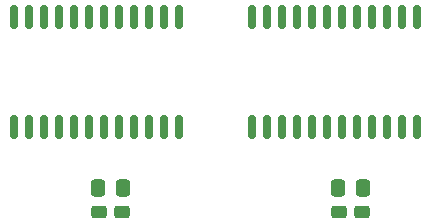
<source format=gbp>
G04 #@! TF.GenerationSoftware,KiCad,Pcbnew,8.0.2*
G04 #@! TF.CreationDate,2024-08-16T15:41:43+09:00*
G04 #@! TF.ProjectId,compatible_chan-v0-led,636f6d70-6174-4696-926c-655f6368616e,rev?*
G04 #@! TF.SameCoordinates,Original*
G04 #@! TF.FileFunction,Paste,Bot*
G04 #@! TF.FilePolarity,Positive*
%FSLAX46Y46*%
G04 Gerber Fmt 4.6, Leading zero omitted, Abs format (unit mm)*
G04 Created by KiCad (PCBNEW 8.0.2) date 2024-08-16 15:41:43*
%MOMM*%
%LPD*%
G01*
G04 APERTURE LIST*
G04 Aperture macros list*
%AMRoundRect*
0 Rectangle with rounded corners*
0 $1 Rounding radius*
0 $2 $3 $4 $5 $6 $7 $8 $9 X,Y pos of 4 corners*
0 Add a 4 corners polygon primitive as box body*
4,1,4,$2,$3,$4,$5,$6,$7,$8,$9,$2,$3,0*
0 Add four circle primitives for the rounded corners*
1,1,$1+$1,$2,$3*
1,1,$1+$1,$4,$5*
1,1,$1+$1,$6,$7*
1,1,$1+$1,$8,$9*
0 Add four rect primitives between the rounded corners*
20,1,$1+$1,$2,$3,$4,$5,0*
20,1,$1+$1,$4,$5,$6,$7,0*
20,1,$1+$1,$6,$7,$8,$9,0*
20,1,$1+$1,$8,$9,$2,$3,0*%
G04 Aperture macros list end*
%ADD10RoundRect,0.250000X-0.400000X-0.275000X0.400000X-0.275000X0.400000X0.275000X-0.400000X0.275000X0*%
%ADD11RoundRect,0.150000X-0.150000X0.875000X-0.150000X-0.875000X0.150000X-0.875000X0.150000X0.875000X0*%
%ADD12RoundRect,0.250000X-0.337500X-0.475000X0.337500X-0.475000X0.337500X0.475000X-0.337500X0.475000X0*%
G04 APERTURE END LIST*
D10*
X85125000Y-87000000D03*
X87075000Y-87000000D03*
D11*
X98115000Y-70450000D03*
X99385000Y-70450000D03*
X100655000Y-70450000D03*
X101925000Y-70450000D03*
X103195000Y-70450000D03*
X104465000Y-70450000D03*
X105735000Y-70450000D03*
X107005000Y-70450000D03*
X108275000Y-70450000D03*
X109545000Y-70450000D03*
X110815000Y-70450000D03*
X112085000Y-70450000D03*
X112085000Y-79750000D03*
X110815000Y-79750000D03*
X109545000Y-79750000D03*
X108275000Y-79750000D03*
X107005000Y-79750000D03*
X105735000Y-79750000D03*
X104465000Y-79750000D03*
X103195000Y-79750000D03*
X101925000Y-79750000D03*
X100655000Y-79750000D03*
X99385000Y-79750000D03*
X98115000Y-79750000D03*
D10*
X105425000Y-87000000D03*
X107375000Y-87000000D03*
D12*
X105362500Y-84900000D03*
X107437500Y-84900000D03*
D11*
X77915000Y-70450000D03*
X79185000Y-70450000D03*
X80455000Y-70450000D03*
X81725000Y-70450000D03*
X82995000Y-70450000D03*
X84265000Y-70450000D03*
X85535000Y-70450000D03*
X86805000Y-70450000D03*
X88075000Y-70450000D03*
X89345000Y-70450000D03*
X90615000Y-70450000D03*
X91885000Y-70450000D03*
X91885000Y-79750000D03*
X90615000Y-79750000D03*
X89345000Y-79750000D03*
X88075000Y-79750000D03*
X86805000Y-79750000D03*
X85535000Y-79750000D03*
X84265000Y-79750000D03*
X82995000Y-79750000D03*
X81725000Y-79750000D03*
X80455000Y-79750000D03*
X79185000Y-79750000D03*
X77915000Y-79750000D03*
D12*
X85062500Y-84900000D03*
X87137500Y-84900000D03*
M02*

</source>
